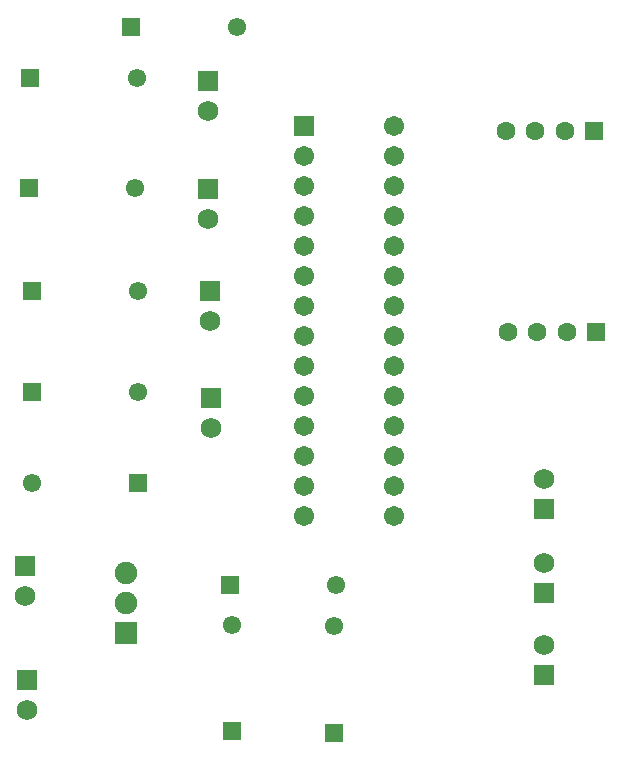
<source format=gts>
G04*
G04 #@! TF.GenerationSoftware,Altium Limited,Altium Designer,22.1.2 (22)*
G04*
G04 Layer_Color=8388736*
%FSLAX43Y43*%
%MOMM*%
G71*
G04*
G04 #@! TF.SameCoordinates,C0918504-A1FE-4B7F-BD87-C0AB04C77FA1*
G04*
G04*
G04 #@! TF.FilePolarity,Negative*
G04*
G01*
G75*
%ADD14R,1.753X1.753*%
%ADD15C,1.753*%
%ADD16R,1.703X1.703*%
%ADD17C,1.703*%
%ADD18R,1.553X1.553*%
%ADD19C,1.553*%
%ADD20C,1.903*%
%ADD21R,1.903X1.903*%
%ADD22R,1.553X1.553*%
%ADD23C,1.603*%
%ADD24R,1.603X1.603*%
D14*
X19939Y32004D02*
D03*
X4191Y17780D02*
D03*
X4318Y8128D02*
D03*
X19685Y58801D02*
D03*
X48133Y8509D02*
D03*
Y15494D02*
D03*
Y22606D02*
D03*
X19812Y41021D02*
D03*
X19685Y49657D02*
D03*
D15*
X19939Y29464D02*
D03*
X4191Y15240D02*
D03*
X4318Y5588D02*
D03*
X19685Y56261D02*
D03*
X48133Y11049D02*
D03*
Y18034D02*
D03*
Y25146D02*
D03*
X19812Y38481D02*
D03*
X19685Y47117D02*
D03*
D16*
X27813Y54991D02*
D03*
D17*
Y52451D02*
D03*
Y49911D02*
D03*
Y47371D02*
D03*
Y44831D02*
D03*
Y42291D02*
D03*
Y39751D02*
D03*
Y37211D02*
D03*
Y34671D02*
D03*
Y32131D02*
D03*
Y29591D02*
D03*
Y27051D02*
D03*
Y24511D02*
D03*
Y21971D02*
D03*
X35433Y54991D02*
D03*
Y52451D02*
D03*
Y49911D02*
D03*
Y47371D02*
D03*
Y44831D02*
D03*
Y42291D02*
D03*
Y39751D02*
D03*
Y37211D02*
D03*
Y34671D02*
D03*
Y32131D02*
D03*
Y29591D02*
D03*
Y27051D02*
D03*
Y24511D02*
D03*
Y21971D02*
D03*
D18*
X13153Y63373D02*
D03*
X13771Y24765D02*
D03*
X4644Y59055D02*
D03*
X21535Y16129D02*
D03*
X4517Y49784D02*
D03*
X4771Y41021D02*
D03*
Y32512D02*
D03*
D19*
X22153Y63373D02*
D03*
X4771Y24765D02*
D03*
X13644Y59055D02*
D03*
X30535Y16129D02*
D03*
X21717Y12755D02*
D03*
X30353Y12628D02*
D03*
X13517Y49784D02*
D03*
X13771Y41021D02*
D03*
Y32512D02*
D03*
D20*
X12700Y17145D02*
D03*
Y14605D02*
D03*
D21*
Y12065D02*
D03*
D22*
X21717Y3755D02*
D03*
X30353Y3628D02*
D03*
D23*
X47538Y37592D02*
D03*
X50038D02*
D03*
X45038D02*
D03*
X47371Y54610D02*
D03*
X49871D02*
D03*
X44871D02*
D03*
D24*
X52538Y37592D02*
D03*
X52371Y54610D02*
D03*
M02*

</source>
